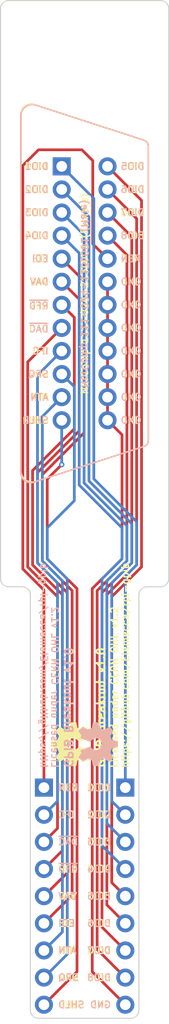
<source format=kicad_pcb>
(kicad_pcb (version 20211014) (generator pcbnew)
  (title_block (title "GPIB Breadboard Breakout") (date "2022-02-26") (rev "1.0") (company "© 2022 Sam Hanes. Licensed under CERN OHL v1.2.") (comment 1 "https://github.com/Elemecca/rpi-gpib"))
  (layers (0 "F.Cu" signal) (31 "B.Cu" signal) (34 "B.Paste" user) (35 "F.Paste" user) (36 "B.SilkS" user "B.Silkscreen") (37 "F.SilkS" user "F.Silkscreen") (38 "B.Mask" user) (39 "F.Mask" user) (44 "Edge.Cuts" user))
  (net 0 "")
  (net 1 "/DIO1")
  (net 2 "/DIO2")
  (net 3 "/DIO3")
  (net 4 "/DIO4")
  (net 5 "/EOI")
  (net 6 "/DAV")
  (net 7 "/~{RFD}")
  (net 8 "/~{DAC}")
  (net 9 "/IFC")
  (net 10 "/SRQ")
  (net 11 "/ATN")
  (net 12 "Earth_Protective")
  (net 13 "/DIO5")
  (net 14 "/DIO6")
  (net 15 "/DIO7")
  (net 16 "/DIO8")
  (net 17 "/REN")
  (net 18 "GND")
  (footprint "local:NorComp_111-024-213L001" (layer "F.Cu") (at 143.51 80.739996 90)
    (fp_text reference "J1" hide)
    (fp_text value "GPIB")
    (fp_line (start 16.619433 -5.969) (end -16.688119 -5.969) (layer "B.SilkS") (width 0.1524))
    (fp_line (start -17.6276 -4.626059) (end -14.351 5.511681) (layer "B.SilkS") (width 0.15))
    (fp_line (start 14.325626 5.57296) (end 17.6276 -4.6228) (layer "B.SilkS") (width 0.15))
    (fp_line (start 13.7414 5.969) (end -13.73478 5.969) (layer "B.SilkS") (width 0.15))
    (fp_arc (start -17.6276 -4.626059) (mid -17.55021 -5.572006) (end -16.688119 -5.969) (layer "B.SilkS") (width 0.15))
    (fp_arc (start 16.619433 -5.969) (mid 17.459254 -5.549239) (end 17.6276 -4.625573) (layer "B.SilkS") (width 0.15))
    (fp_arc (start -13.73478 5.969) (mid -14.123787 5.849347) (end -14.351 5.511681) (layer "B.SilkS") (width 0.15))
    (fp_arc (start 14.325626 5.57296) (mid 14.096596 5.864038) (end 13.7414 5.969) (layer "B.SilkS") (width 0.15))
    (fp_line (start 17.6276 -4.626059) (end 14.351 5.511681) (layer "F.SilkS") (width 0.15))
    (fp_line (start -13.7414 5.969) (end 13.73478 5.969) (layer "F.SilkS") (width 0.15))
    (fp_line (start -16.619433 -5.969) (end 16.688119 -5.969) (layer "F.SilkS") (width 0.1524))
    (fp_line (start -14.325626 5.57296) (end -17.6276 -4.6228) (layer "F.SilkS") (width 0.15))
    (fp_arc (start -13.7414 5.969) (mid -14.096596 5.864038) (end -14.325626 5.57296) (layer "F.SilkS") (width 0.15))
    (fp_arc (start -17.6276 -4.625573) (mid -17.459254 -5.549239) (end -16.619433 -5.969) (layer "F.SilkS") (width 0.15))
    (fp_arc (start 16.688119 -5.969) (mid 17.55021 -5.572006) (end 17.6276 -4.626059) (layer "F.SilkS") (width 0.15))
    (fp_arc (start 14.351 5.511681) (mid 14.123787 5.849347) (end 13.73478 5.969) (layer "F.SilkS") (width 0.15))
    (pad "" np_thru_hole circle locked (at -23.4 0 90) (size 2.75 2.75) (drill 2.75) (layers *.Cu *.Mask) (clearance 2))
    (pad "" np_thru_hole circle locked (at 23.4 0 90) (size 2.75 2.75) (drill 2.75) (layers *.Cu *.Mask) (clearance 2))
    (pad "1" thru_hole rect locked (at 11.88 -2.145 90) (size 1.7 1.7) (drill 1) (layers *.Cu *.Mask) (net 1 "/DIO1"))
    (pad "2" thru_hole circle locked (at 9.72 -2.145 90) (size 1.7 1.7) (drill 1) (layers *.Cu *.Mask) (net 2 "/DIO2"))
    (pad "3" thru_hole circle locked (at 7.56 -2.145 90) (size 1.7 1.7) (drill 1) (layers *.Cu *.Mask) (net 3 "/DIO3"))
    (pad "4" thru_hole circle locked (at 5.4 -2.145 90) (size 1.7 1.7) (drill 1) (layers *.Cu *.Mask) (net 4 "/DIO4"))
    (pad "5" thru_hole circle locked (at 3.24 -2.145 90) (size 1.7 1.7) (drill 1) (layers *.Cu *.Mask) (net 5 "/EOI"))
    (pad "6" thru_hole circle locked (at 1.08 -2.145 90) (size 1.7 1.7) (drill 1) (layers *.Cu *.Mask) (net 6 "/DAV"))
    (pad "7" thru_hole circle locked (at -1.08 -2.145 90) (size 1.7 1.7) (drill 1) (layers *.Cu *.Mask) (net 7 "/~{RFD}"))
    (pad "8" thru_hole circle locked (at -3.24 -2.145 90) (size 1.7 1.7) (drill 1) (layers *.Cu *.Mask) (net 8 "/~{DAC}"))
    (pad "9" thru_hole circle locked (at -5.4 -2.145 90) (size 1.7 1.7) (drill 1) (layers *.Cu *.Mask) (net 9 "/IFC"))
    (pad "10" thru_hole circle locked (at -7.56 -2.145 90) (size 1.7 1.7) (drill 1) (layers *.Cu *.Mask) (net 10 "/SRQ"))
    (pad "11" thru_hole circle locked (at -9.72 -2.145 90) (size 1.7 1.7) (drill 1) (layers *.Cu *.Mask) (net 11 "/ATN"))
    (pad "12" thru_hole circle locked (at -11.88 -2.145 90) (size 1.7 1.7) (drill 1) (layers *.Cu *.Mask) (net 12 "Earth_Protective"))
    (pad "13" thru_hole circle locked (at 11.88 2.145 90) (size 1.7 1.7) (drill 1) (layers *.Cu *.Mask) (net 13 "/DIO5"))
    (pad "14" thru_hole circle locked (at 9.72 2.145 90) (size 1.7 1.7) (drill 1) (layers *.Cu *.Mask) (net 14 "/DIO6"))
    (pad "15" thru_hole circle locked (at 7.56 2.145 90) (size 1.7 1.7) (drill 1) (layers *.Cu *.Mask) (net 15 "/DIO7"))
    (pad "16" thru_hole circle locked (at 5.4 2.145 90) (size 1.7 1.7) (drill 1) (layers *.Cu *.Mask) (net 16 "/DIO8"))
    (pad "17" thru_hole circle locked (at 3.24 2.145 90) (size 1.7 1.7) (drill 1) (layers *.Cu *.Mask) (net 17 "/REN"))
    (pad "18" thru_hole circle locked (at 1.08 2.145 90) (size 1.7 1.7) (drill 1) (layers *.Cu *.Mask) (net 18 "GND"))
    (pad "19" thru_hole circle locked (at -1.08 2.145 90) (size 1.7 1.7) (drill 1) (layers *.Cu *.Mask) (net 18 "GND"))
    (pad "20" thru_hole circle locked (at -3.24 2.145 90) (size 1.7 1.7) (drill 1) (layers *.Cu *.Mask) (net 18 "GND"))
    (pad "21" thru_hole circle locked (at -5.4 2.145 90) (size 1.7 1.7) (drill 1) (layers *.Cu *.Mask) (net 18 "GND"))
    (pad "22" thru_hole circle locked (at -7.56 2.145 90) (size 1.7 1.7) (drill 1) (layers *.Cu *.Mask) (net 18 "GND"))
    (pad "23" thru_hole circle locked (at -9.72 2.145 90) (size 1.7 1.7) (drill 1) (layers *.Cu *.Mask) (net 18 "GND"))
    (pad "24" thru_hole circle locked (at -11.88 2.145 90) (size 1.7 1.7) (drill 1) (layers *.Cu *.Mask) (net 18 "GND"))
  )
  (footprint "local:OSHW" (layer "F.Cu") (at 142.24 122.936 90)
    (fp_text reference "OSHW" hide)
    (fp_text value "LOGO" hide)
    (fp_poly (pts (xy 2.009917 -0.081788) (xy 1.510932 -0.17458) (xy 1.481398 -0.19998) (xy 1.328445 -0.556819) (xy 1.330872 -0.595399) (xy 1.6216 -1.019136) (xy 1.618414 -1.053617) (xy 1.255293 -1.416739) (xy 1.220842 -1.419928) (xy 0.789667 -1.124038) (xy 0.750905 -1.121215) (xy 0.404995 -1.262815) (xy 0.379496 -1.292016) (xy 0.283426 -1.808119) (xy 0.256807 -1.830245) (xy -0.256778 -1.830245) (xy -0.283369 -1.808119) (xy -0.379408 -1.292016) (xy -0.404904 -1.262815) (xy -0.750845 -1.121215) (xy -0.789607 -1.124038) (xy -1.220751 -1.419928) (xy -1.255233 -1.416739) (xy -1.618385 -1.053617) (xy -1.621571 -1.019136) (xy -1.330813 -0.595399) (xy -1.328414 -0.556819) (xy -1.481397 -0.19998) (xy -1.510931 -0.17458) (xy -2.009886 -0.081788) (xy -2.032015 -0.055146) (xy -2.031984 0.458408) (xy -2.009855 0.48505) (xy -1.523133 0.575626) (xy -1.494236 0.601224) (xy -1.342286 0.980796) (xy -1.34517 1.019559) (xy -1.621632 1.422442) (xy -1.618445 1.456955) (xy -1.255263 1.820077) (xy -1.220781 1.823266) (xy -0.82503 1.551632) (xy -0.787087 1.550221) (xy -0.612553 1.643408) (xy -0.583869 1.632853) (xy -0.223996 0.763309) (xy -0.234559 0.7308) (xy -0.278238 0.704046) (xy -0.305859 0.682879) (xy -0.443842 0.558673) (xy -0.535025 0.395419) (xy -0.567964 0.204476) (xy -0.539007 0.024957) (xy -0.458375 -0.130951) (xy -0.335428 -0.253894) (xy -0.179521 -0.33452) (xy -0.000015 -0.363474) (xy 0.179488 -0.33452) (xy 0.335387 -0.253894) (xy 0.458326 -0.130951) (xy 0.53895 0.024957) (xy 0.567903 0.204476) (xy 0.534972 0.395419) (xy 0.443795 0.558673) (xy 0.305799 0.682879) (xy 0.278237 0.704046) (xy 0.234558 0.7308) (xy 0.223994 0.763309) (xy 0.583838 1.632884) (xy 0.612522 1.643439) (xy 0.787056 1.550255) (xy 0.824998 1.551666) (xy 1.22078 1.823302) (xy 1.255232 1.820113) (xy 1.618414 1.456992) (xy 1.6216 1.422479) (xy 1.345108 1.019593) (xy 1.342255 0.980832) (xy 1.494205 0.601257) (xy 1.523072 0.57566) (xy 2.009794 0.485084) (xy 2.031923 0.458442) (xy 2.031985 -0.055107) (xy 2.009918 -0.081777) (xy 2.009917 -0.081788)) (layer "F.SilkS") (width 0.030354) (fill solid))
  )
  (footprint "Connector_PinHeader_2.54mm:PinHeader_1x09_P2.54mm_Vertical" (layer "B.Cu") (at 139.7 127 180)
    (fp_text reference "J2" hide)
    (fp_text value "Breadboard_Left" hide)
    (pad "1" thru_hole rect locked (at 0 0 180) (size 1.7 1.7) (drill 1) (layers *.Cu *.Mask) (net 17 "/REN"))
    (pad "2" thru_hole oval locked (at 0 -2.54 180) (size 1.7 1.7) (drill 1) (layers *.Cu *.Mask) (net 9 "/IFC"))
    (pad "3" thru_hole oval locked (at 0 -5.08 180) (size 1.7 1.7) (drill 1) (layers *.Cu *.Mask) (net 8 "/~{DAC}"))
    (pad "4" thru_hole oval locked (at 0 -7.62 180) (size 1.7 1.7) (drill 1) (layers *.Cu *.Mask) (net 7 "/~{RFD}"))
    (pad "5" thru_hole oval locked (at 0 -10.16 180) (size 1.7 1.7) (drill 1) (layers *.Cu *.Mask) (net 6 "/DAV"))
    (pad "6" thru_hole oval locked (at 0 -12.7 180) (size 1.7 1.7) (drill 1) (layers *.Cu *.Mask) (net 5 "/EOI"))
    (pad "7" thru_hole oval locked (at 0 -15.24 180) (size 1.7 1.7) (drill 1) (layers *.Cu *.Mask) (net 11 "/ATN"))
    (pad "8" thru_hole oval locked (at 0 -17.78 180) (size 1.7 1.7) (drill 1) (layers *.Cu *.Mask) (net 10 "/SRQ"))
    (pad "9" thru_hole oval locked (at 0 -20.32 180) (size 1.7 1.7) (drill 1) (layers *.Cu *.Mask) (net 12 "Earth_Protective"))
  )
  (footprint "Connector_PinHeader_2.54mm:PinHeader_1x09_P2.54mm_Vertical" (layer "B.Cu") (at 147.32 127 180)
    (fp_text reference "J3" hide)
    (fp_text value "Breadboard_Right" hide)
    (pad "1" thru_hole rect locked (at 0 0 180) (size 1.7 1.7) (drill 1) (layers *.Cu *.Mask) (net 1 "/DIO1"))
    (pad "2" thru_hole oval locked (at 0 -2.54 180) (size 1.7 1.7) (drill 1) (layers *.Cu *.Mask) (net 2 "/DIO2"))
    (pad "3" thru_hole oval locked (at 0 -5.08 180) (size 1.7 1.7) (drill 1) (layers *.Cu *.Mask) (net 3 "/DIO3"))
    (pad "4" thru_hole oval locked (at 0 -7.62 180) (size 1.7 1.7) (drill 1) (layers *.Cu *.Mask) (net 4 "/DIO4"))
    (pad "5" thru_hole oval locked (at 0 -10.16 180) (size 1.7 1.7) (drill 1) (layers *.Cu *.Mask) (net 13 "/DIO5"))
    (pad "6" thru_hole oval locked (at 0 -12.7 180) (size 1.7 1.7) (drill 1) (layers *.Cu *.Mask) (net 14 "/DIO6"))
    (pad "7" thru_hole oval locked (at 0 -15.24 180) (size 1.7 1.7) (drill 1) (layers *.Cu *.Mask) (net 15 "/DIO7"))
    (pad "8" thru_hole oval locked (at 0 -17.78 180) (size 1.7 1.7) (drill 1) (layers *.Cu *.Mask) (net 16 "/DIO8"))
    (pad "9" thru_hole oval locked (at 0 -20.32 180) (size 1.7 1.7) (drill 1) (layers *.Cu *.Mask) (net 18 "GND"))
  )
  (footprint "local:OSHW" (layer "B.Cu") (at 144.78 122.936 90)
    (fp_text reference "OSHW" hide)
    (fp_text value "LOGO" hide)
    (fp_poly (pts (xy 2.009917 0.081788) (xy 1.510932 0.17458) (xy 1.481398 0.19998) (xy 1.328445 0.556819) (xy 1.330872 0.595399) (xy 1.6216 1.019136) (xy 1.618414 1.053617) (xy 1.255293 1.416739) (xy 1.220842 1.419928) (xy 0.789667 1.124038) (xy 0.750905 1.121215) (xy 0.404995 1.262815) (xy 0.379496 1.292016) (xy 0.283426 1.808119) (xy 0.256807 1.830245) (xy -0.256778 1.830245) (xy -0.283369 1.808119) (xy -0.379408 1.292016) (xy -0.404904 1.262815) (xy -0.750845 1.121215) (xy -0.789607 1.124038) (xy -1.220751 1.419928) (xy -1.255233 1.416739) (xy -1.618385 1.053617) (xy -1.621571 1.019136) (xy -1.330813 0.595399) (xy -1.328414 0.556819) (xy -1.481397 0.19998) (xy -1.510931 0.17458) (xy -2.009886 0.081788) (xy -2.032015 0.055146) (xy -2.031984 -0.458408) (xy -2.009855 -0.48505) (xy -1.523133 -0.575626) (xy -1.494236 -0.601224) (xy -1.342286 -0.980796) (xy -1.34517 -1.019559) (xy -1.621632 -1.422442) (xy -1.618445 -1.456955) (xy -1.255263 -1.820077) (xy -1.220781 -1.823266) (xy -0.82503 -1.551632) (xy -0.787087 -1.550221) (xy -0.612553 -1.643408) (xy -0.583869 -1.632853) (xy -0.223996 -0.763309) (xy -0.234559 -0.7308) (xy -0.278238 -0.704046) (xy -0.305859 -0.682879) (xy -0.443842 -0.558673) (xy -0.535025 -0.395419) (xy -0.567964 -0.204476) (xy -0.539007 -0.024957) (xy -0.458375 0.130951) (xy -0.335428 0.253894) (xy -0.179521 0.33452) (xy -0.000015 0.363474) (xy 0.179488 0.33452) (xy 0.335387 0.253894) (xy 0.458326 0.130951) (xy 0.53895 -0.024957) (xy 0.567903 -0.204476) (xy 0.534972 -0.395419) (xy 0.443795 -0.558673) (xy 0.305799 -0.682879) (xy 0.278237 -0.704046) (xy 0.234558 -0.7308) (xy 0.223994 -0.763309) (xy 0.583838 -1.632884) (xy 0.612522 -1.643439) (xy 0.787056 -1.550255) (xy 0.824998 -1.551666) (xy 1.22078 -1.823302) (xy 1.255232 -1.820113) (xy 1.618414 -1.456992) (xy 1.6216 -1.422479) (xy 1.345108 -1.019593) (xy 1.342255 -0.980832) (xy 1.494205 -0.601257) (xy 1.523072 -0.57566) (xy 2.009794 -0.485084) (xy 2.031923 -0.458442) (xy 2.031985 0.055107) (xy 2.009918 0.081777) (xy 2.009917 0.081788)) (layer "B.SilkS") (width 0.030354) (fill solid))
  )
  (gr_line (start 135.636 54.102) (end 135.636 107.442) (layer "Edge.Cuts") (width 0.1))
  (gr_arc (start 150.622 53.34) (mid 151.160815 53.563185) (end 151.384 54.102) (layer "Edge.Cuts") (width 0.1))
  (gr_arc (start 135.636 54.102) (mid 135.859185 53.563185) (end 136.398 53.34) (layer "Edge.Cuts") (width 0.1))
  (gr_line (start 150.622 53.34) (end 136.398 53.34) (layer "Edge.Cuts") (width 0.1))
  (gr_line (start 148.59 147.828) (end 148.59 108.966) (layer "Edge.Cuts") (width 0.1))
  (gr_arc (start 148.59 147.828) (mid 148.366815 148.366815) (end 147.828 148.59) (layer "Edge.Cuts") (width 0.1))
  (gr_line (start 138.43 147.828) (end 138.43 108.966) (layer "Edge.Cuts") (width 0.1))
  (gr_line (start 136.398 108.204) (end 137.668 108.204) (layer "Edge.Cuts") (width 0.1))
  (gr_line (start 151.384 107.442) (end 151.384 54.102) (layer "Edge.Cuts") (width 0.1))
  (gr_arc (start 137.668 108.204) (mid 138.206815 108.427185) (end 138.43 108.966) (layer "Edge.Cuts") (width 0.1))
  (gr_arc (start 136.398 108.204) (mid 135.859185 107.980815) (end 135.636 107.442) (layer "Edge.Cuts") (width 0.1))
  (gr_arc (start 151.384 107.442) (mid 151.160815 107.980815) (end 150.622 108.204) (layer "Edge.Cuts") (width 0.1))
  (gr_line (start 149.352 108.204) (end 150.622 108.204) (layer "Edge.Cuts") (width 0.1))
  (gr_arc (start 148.59 108.966) (mid 148.813185 108.427185) (end 149.352 108.204) (layer "Edge.Cuts") (width 0.1))
  (gr_arc (start 139.192 148.59) (mid 138.653185 148.366815) (end 138.43 147.828) (layer "Edge.Cuts") (width 0.1))
  (gr_line (start 139.192 148.59) (end 147.828 148.59) (layer "Edge.Cuts") (width 0.1))
  (gr_text "GND" (at 146.812 83.979996) (layer "B.SilkS") (effects (font (size 0.635 0.635) (thickness 0.127)) (justify right mirror)))
  (gr_text "GND" (at 146.812 92.619996) (layer "B.SilkS") (effects (font (size 0.635 0.635) (thickness 0.127)) (justify right mirror)))
  (gr_text "DAV" (at 140.208 79.659996) (layer "B.SilkS") (effects (font (size 0.635 0.635) (thickness 0.127)) (justify left mirror)))
  (gr_text "DIO5" (at 146.812 68.859996) (layer "B.SilkS") (effects (font (size 0.635 0.635) (thickness 0.127)) (justify right mirror)))
  (gr_text "DIO2" (at 140.208 71.019996) (layer "B.SilkS") (effects (font (size 0.635 0.635) (thickness 0.127)) (justify left mirror)))
  (gr_text "GND" (at 146.812 86.139996) (layer "B.SilkS") (effects (font (size 0.635 0.635) (thickness 0.127)) (justify right mirror)))
  (gr_text "Licensed under CERN OHL v1.2\nhttps://github.com/Elemecca/rpi-gpib" (at 140.208 125.222 -90) (layer "B.SilkS") (effects (font (size 0.635 0.635) (thickness 0.127)) (justify left mirror)))
  (gr_text "~{DAC}" (at 140.97 132.08) (layer "B.SilkS") (effects (font (size 0.635 0.635) (thickness 0.127)) (justify right mirror)))
  (gr_text "GND" (at 146.812 88.299996) (layer "B.SilkS") (effects (font (size 0.635 0.635) (thickness 0.127)) (justify right mirror)))
  (gr_text "DIO6" (at 146.05 139.7) (layer "B.SilkS") (effects (font (size 0.635 0.635) (thickness 0.127)) (justify left mirror)))
  (gr_text "GPIB Breakout v1.0" (at 141.986 125.222 -90) (layer "B.SilkS") (effects (font (size 0.762 0.762) (thickness 0.1778)) (justify left mirror)))
  (gr_text "DIO1" (at 140.208 68.859996) (layer "B.SilkS") (effects (font (size 0.635 0.635) (thickness 0.127)) (justify left mirror)))
  (gr_text "DIO8" (at 146.05 144.78) (layer "B.SilkS") (effects (font (size 0.635 0.635) (thickness 0.127)) (justify left mirror)))
  (gr_text "IFC" (at 140.208 86.139996) (layer "B.SilkS") (effects (font (size 0.635 0.635) (thickness 0.127)) (justify left mirror)))
  (gr_text "EOI" (at 140.97 139.7) (layer "B.SilkS") (effects (font (size 0.635 0.635) (thickness 0.127)) (justify right mirror)))
  (gr_text "~{RFD}" (at 140.208 81.908896) (layer "B.SilkS") (effects (font (size 0.635 0.635) (thickness 0.127)) (justify left mirror)))
  (gr_text "GND" (at 146.05 147.32) (layer "B.SilkS") (effects (font (size 0.635 0.635) (thickness 0.127)) (justify left mirror)))
  (gr_text "ATN" (at 140.97 142.24) (layer "B.SilkS") (effects (font (size 0.635 0.635) (thickness 0.127)) (justify right mirror)))
  (gr_text "GND" (at 146.812 81.819996) (layer "B.SilkS") (effects (font (size 0.635 0.635) (thickness 0.127)) (justify right mirror)))
  (gr_text "SHLD" (at 140.208 92.619996) (layer "B.SilkS") (effects (font (size 0.635 0.635) (thickness 0.127)) (justify left mirror)))
  (gr_text "DAV" (at 140.97 137.16) (layer "B.SilkS") (effects (font (size 0.635 0.635) (thickness 0.127)) (justify right mirror)))
  (gr_text "~{RFD}" (at 140.97 134.62) (layer "B.SilkS") (effects (font (size 0.635 0.635) (thickness 0.127)) (justify right mirror)))
  (gr_text "GND" (at 146.812 79.659996) (layer "B.SilkS") (effects (font (size 0.635 0.635) (thickness 0.127)) (justify right mirror)))
  (gr_text "ATN" (at 140.208 90.459996) (layer "B.SilkS") (effects (font (size 0.635 0.635) (thickness 0.127)) (justify left mirror)))
  (gr_text "DIO3" (at 146.05 132.08) (layer "B.SilkS") (effects (font (size 0.635 0.635) (thickness 0.127)) (justify left mirror)))
  (gr_text "DIO7" (at 146.812 73.179996) (layer "B.SilkS") (effects (font (size 0.635 0.635) (thickness 0.127)) (justify right mirror)))
  (gr_text "GND" (at 146.812 90.459996) (layer "B.SilkS") (effects (font (size 0.635 0.635) (thickness 0.127)) (justify right mirror)))
  (gr_text "DIO5" (at 146.05 137.16) (layer "B.SilkS") (effects (font (size 0.635 0.635) (thickness 0.127)) (justify left mirror)))
  (gr_text "DIO3" (at 140.208 73.179996) (layer "B.SilkS") (effects (font (size 0.635 0.635) (thickness 0.127)) (justify left mirror)))
  (gr_text "NorComp 111-024-113L001 (Male)" (at 143.51 80.772 -90) (layer "B.SilkS") (effects (font (size 0.635 0.635) (thickness 0.127)) (justify mirror)))
  (gr_text "SRQ" (at 140.208 88.299996) (layer "B.SilkS") (effects (font (size 0.635 0.635) (thickness 0.127)) (justify left mirror)))
  (gr_text "DIO7" (at 146.05 142.24) (layer "B.SilkS") (effects (font (size 0.635 0.635) (thickness 0.127)) (justify left mirror)))
  (gr_text "EOI" (at 140.208 77.499996) (layer "B.SilkS") (effects (font (size 0.635 0.635) (thickness 0.127)) (justify left mirror)))
  (gr_text "DIO8" (at 146.812 75.339996) (layer "B.SilkS") (effects (font (size 0.635 0.635) (thickness 0.127)) (justify right mirror)))
  (gr_text "~{DAC}" (at 140.208 84.068896) (layer "B.SilkS") (effects (font (size 0.635 0.635) (thickness 0.127)) (justify left mirror)))
  (gr_text "DIO1" (at 146.05 127) (layer "B.SilkS") (effects (font (size 0.635 0.635) (thickness 0.127)) (justify left mirror)))
  (gr_text "SHLD" (at 140.97 147.32) (layer "B.SilkS") (effects (font (size 0.635 0.635) (thickness 0.127)) (justify right mirror)))
  (gr_text "DIO2" (at 146.05 129.54) (layer "B.SilkS") (effects (font (size 0.635 0.635) (thickness 0.127)) (justify left mirror)))
  (gr_text "REN" (at 140.97 127) (layer "B.SilkS") (effects (font (size 0.635 0.635) (thickness 0.127)) (justify right mirror)))
  (gr_text "SRQ" (at 140.97 144.78) (layer "B.SilkS") (effects (font (size 0.635 0.635) (thickness 0.127)) (justify right mirror)))
  (gr_text "IFC" (at 140.97 129.54) (layer "B.SilkS") (effects (font (size 0.635 0.635) (thickness 0.127)) (justify right mirror)))
  (gr_text "DIO4" (at 140.208 75.339996) (layer "B.SilkS") (effects (font (size 0.635 0.635) (thickness 0.127)) (justify left mirror)))
  (gr_text "DIO6" (at 146.812 71.019996) (layer "B.SilkS") (effects (font (size 0.635 0.635) (thickness 0.127)) (justify right mirror)))
  (gr_text "DIO4" (at 146.05 134.62) (layer "B.SilkS") (effects (font (size 0.635 0.635) (thickness 0.127)) (justify left mirror)))
  (gr_text "REN" (at 146.812 77.499996) (layer "B.SilkS") (effects (font (size 0.635 0.635) (thickness 0.127)) (justify right mirror)))
  (gr_text "DIO3" (at 140.208 73.179996) (layer "F.SilkS") (effects (font (size 0.635 0.635) (thickness 0.127)) (justify right)))
  (gr_text "~{RFD}" (at 140.97 134.62) (layer "F.SilkS") (effects (font (size 0.635 0.635) (thickness 0.127)) (justify left)))
  (gr_text "SHLD" (at 140.208 92.619996) (layer "F.SilkS") (effects (font (size 0.635 0.635) (thickness 0.127)) (justify right)))
  (gr_text "~{DAC}" (at 140.97 132.08) (layer "F.SilkS") (effects (font (size 0.635 0.635) (thickness 0.127)) (justify left)))
  (gr_text "GPIB Breakout v1.0" (at 145.034 125.222 90) (layer "F.SilkS") (effects (font (size 0.762 0.762) (thickness 0.1778)) (justify left)))
  (gr_text "SHLD" (at 140.97 147.32) (layer "F.SilkS") (effects (font (size 0.635 0.635) (thickness 0.127)) (justify left)))
  (gr_text "SRQ" (at 140.208 88.299996) (layer "F.SilkS") (effects (font (size 0.635 0.635) (thickness 0.127)) (justify right)))
  (gr_text "EOI" (at 140.208 77.499996) (layer "F.SilkS") (effects (font (size 0.635 0.635) (thickness 0.127)) (justify right)))
  (gr_text "GND" (at 146.812 83.979996) (layer "F.SilkS") (effects (font (size 0.635 0.635) (thickness 0.127)) (justify left)))
  (gr_text "DIO2" (at 146.05 129.54) (layer "F.SilkS") (effects (font (size 0.635 0.635) (thickness 0.127)) (justify right)))
  (gr_text "~{RFD}" (at 140.208 81.908896) (layer "F.SilkS") (effects (font (size 0.635 0.635) (thickness 0.127)) (justify right)))
  (gr_text "DIO7" (at 146.05 142.24) (layer "F.SilkS") (effects (font (size 0.635 0.635) (thickness 0.127)) (justify right)))
  (gr_text "SRQ" (at 140.97 144.78) (layer "F.SilkS") (effects (font (size 0.635 0.635) (thickness 0.127)) (justify left)))
  (gr_text "ATN" (at 140.208 90.459996) (layer "F.SilkS") (effects (font (size 0.635 0.635) (thickness 0.127)) (justify right)))
  (gr_text "NorComp 111-024-213L001 (Female)" (at 143.51 80.772 90) (layer "F.SilkS") (effects (font (size 0.635 0.635) (thickness 0.127))))
  (gr_text "Licensed under CERN OHL v1.2\nhttps://github.com/Elemecca/rpi-gpib" (at 146.812 125.222 90) (layer "F.SilkS") (effects (font (size 0.635 0.635) (thickness 0.127)) (justify left)))
  (gr_text "REN" (at 146.812 77.499996) (layer "F.SilkS") (effects (font (size 0.635 0.635) (thickness 0.127)) (justify left)))
  (gr_text "GND" (at 146.812 81.819996) (layer "F.SilkS") (effects (font (size 0.635 0.635) (thickness 0.127)) (justify left)))
  (gr_text "DIO6" (at 146.05 139.7) (layer "F.SilkS") (effects (font (size 0.635 0.635) (thickness 0.127)) (justify right)))
  (gr_text "REN" (at 140.97 127) (layer "F.SilkS") (effects (font (size 0.635 0.635) (thickness 0.127)) (justify left)))
  (gr_text "DIO8" (at 146.05 144.78) (layer "F.SilkS") (effects (font (size 0.635 0.635) (thickness 0.127)) (justify right)))
  (gr_text "IFC" (at 140.97 129.54) (layer "F.SilkS") (effects (font (size 0.635 0.635) (thickness 0.127)) (justify left)))
  (gr_text "DAV" (at 140.208 79.659996) (layer "F.SilkS") (effects (font (size 0.635 0.635) (thickness 0.127)) (justify right)))
  (gr_text "DIO2" (at 140.208 71.019996) (layer "F.SilkS") (effects (font (size 0.635 0.635) (thickness 0.127)) (justify right)))
  (gr_text "DIO5" (at 146.812 68.859996) (layer "F.SilkS") (effects (font (size 0.635 0.635) (thickness 0.127)) (justify left)))
  (gr_text "GND" (at 146.812 86.139996) (layer "F.SilkS") (effects (font (size 0.635 0.635) (thickness 0.127)) (justify left)))
  (gr_text "DAV" (at 140.97 137.16) (layer "F.SilkS") (effects (font (size 0.635 0.635) (thickness 0.127)) (justify left)))
  (gr_text "DIO4" (at 146.05 134.62) (layer "F.SilkS") (effects (font (size 0.635 0.635) (thickness 0.127)) (justify right)))
  (gr_text "DIO6" (at 146.812 71.019996) (layer "F.SilkS") (effects (font (size 0.635 0.635) (thickness 0.127)) (justify left)))
  (gr_text "EOI" (at 140.97 139.7) (layer "F.SilkS") (effects (font (size 0.635 0.635) (thickness 0.127)) (justify left)))
  (gr_text "DIO7" (at 146.812 73.179996) (layer "F.SilkS") (effects (font (size 0.635 0.635) (thickness 0.127)) (justify left)))
  (gr_text "GND" (at 146.05 147.32) (layer "F.SilkS") (effects (font (size 0.635 0.635) (thickness 0.127)) (justify right)))
  (gr_text "GND" (at 146.812 79.659996) (layer "F.SilkS") (effects (font (size 0.635 0.635) (thickness 0.127)) (justify left)))
  (gr_text "IFC" (at 140.208 86.139996) (layer "F.SilkS") (effects (font (size 0.635 0.635) (thickness 0.127)) (justify right)))
  (gr_text "DIO1" (at 146.05 127) (layer "F.SilkS") (effects (font (size 0.635 0.635) (thickness 0.127)) (justify right)))
  (gr_text "DIO8" (at 146.812 75.339996) (layer "F.SilkS") (effects (font (size 0.635 0.635) (thickness 0.127)) (justify left)))
  (gr_text "GND" (at 146.812 90.459996) (layer "F.SilkS") (effects (font (size 0.635 0.635) (thickness 0.127)) (justify left)))
  (gr_text "GND" (at 146.812 92.619996) (layer "F.SilkS") (effects (font (size 0.635 0.635) (thickness 0.127)) (justify left)))
  (gr_text "DIO5" (at 146.05 137.16) (layer "F.SilkS") (effects (font (size 0.635 0.635) (thickness 0.127)) (justify right)))
  (gr_text "GND" (at 146.812 88.299996) (layer "F.SilkS") (effects (font (size 0.635 0.635) (thickness 0.127)) (justify left)))
  (gr_text "DIO4" (at 140.208 75.339996) (layer "F.SilkS") (effects (font (size 0.635 0.635) (thickness 0.127)) (justify right)))
  (gr_text "DIO3" (at 146.05 132.08) (layer "F.SilkS") (effects (font (size 0.635 0.635) (thickness 0.127)) (justify right)))
  (gr_text "~{DAC}" (at 140.208 84.068896) (layer "F.SilkS") (effects (font (size 0.635 0.635) (thickness 0.127)) (justify right)))
  (gr_text "DIO1" (at 140.208 68.859996) (layer "F.SilkS") (effects (font (size 0.635 0.635) (thickness 0.127)) (justify right)))
  (gr_text "ATN" (at 140.97 142.24) (layer "F.SilkS") (effects (font (size 0.635 0.635) (thickness 0.127)) (justify left)))
  (segment (start 148.381681 106.157912) (end 148.381681 102.12208) (width 0.254) (layer "B.Cu") (net 1))
  (segment (start 144.37216 98.112559) (end 144.37216 71.867156) (width 0.254) (layer "B.Cu") (net 1))
  (segment (start 144.37216 71.867156) (end 141.365 68.859996) (width 0.254) (layer "B.Cu") (net 1))
  (segment (start 148.381681 102.12208) (end 144.37216 98.112559) (width 0.254) (layer "B.Cu") (net 1))
  (segment (start 147.32 127) (end 147.32 107.219593) (width 0.254) (layer "B.Cu") (net 1))
  (segment (start 147.32 107.219593) (end 148.381681 106.157912) (width 0.254) (layer "B.Cu") (net 1))
  (segment (start 146.05 128.27) (end 146.05 107.843694) (width 0.254) (layer "B.Cu") (net 2))
  (segment (start 146.05 107.843694) (end 147.924961 105.968733) (width 0.254) (layer "B.Cu") (net 2))
  (segment (start 143.91544 73.570436) (end 141.365 71.019996) (width 0.254) (layer "B.Cu") (net 2))
  (segment (start 147.32 129.54) (end 146.05 128.27) (width 0.254) (layer "B.Cu") (net 2))
  (segment (start 143.91544 98.301739) (end 143.91544 73.570436) (width 0.254) (layer "B.Cu") (net 2))
  (segment (start 147.924961 102.31126) (end 143.91544 98.301739) (width 0.254) (layer "B.Cu") (net 2))
  (segment (start 147.924961 105.968733) (end 147.924961 102.31126) (width 0.254) (layer "B.Cu") (net 2))
  (segment (start 143.45872 75.273716) (end 141.365 73.179996) (width 0.254) (layer "B.Cu") (net 3))
  (segment (start 147.32 132.08) (end 145.59328 130.35328) (width 0.254) (layer "B.Cu") (net 3))
  (segment (start 147.468241 102.500438) (end 143.45872 98.490917) (width 0.254) (layer "B.Cu") (net 3))
  (segment (start 147.468241 105.779554) (end 147.468241 102.500438) (width 0.254) (layer "B.Cu") (net 3))
  (segment (start 145.59328 107.654515) (end 147.468241 105.779554) (width 0.254) (layer "B.Cu") (net 3))
  (segment (start 143.45872 98.490917) (end 143.45872 75.273716) (width 0.254) (layer "B.Cu") (net 3))
  (segment (start 145.59328 130.35328) (end 145.59328 107.654515) (width 0.254) (layer "B.Cu") (net 3))
  (segment (start 147.32 134.62) (end 145.13656 132.43656) (width 0.254) (layer "B.Cu") (net 4))
  (segment (start 143.002 98.680097) (end 143.002 76.976996) (width 0.254) (layer "B.Cu") (net 4))
  (segment (start 145.13656 132.43656) (end 145.13656 107.465335) (width 0.254) (layer "B.Cu") (net 4))
  (segment (start 147.011521 102.689618) (end 143.002 98.680097) (width 0.254) (layer "B.Cu") (net 4))
  (segment (start 145.13656 107.465335) (end 147.011521 105.590375) (width 0.254) (layer "B.Cu") (net 4))
  (segment (start 147.011521 105.590375) (end 147.011521 102.689618) (width 0.254) (layer "B.Cu") (net 4))
  (segment (start 143.002 76.976996) (end 141.365 75.339996) (width 0.254) (layer "B.Cu") (net 4))
  (segment (start 142.34016 137.05984) (end 142.34016 108.567956) (width 0.254) (layer "F.Cu") (net 5))
  (segment (start 142.34016 108.567956) (end 139.551759 105.779554) (width 0.254) (layer "F.Cu") (net 5))
  (segment (start 143.45872 79.593716) (end 141.365 77.499996) (width 0.254) (layer "F.Cu") (net 5))
  (segment (start 143.45872 93.799078) (end 143.45872 79.593716) (width 0.254) (layer "F.Cu") (net 5))
  (segment (start 139.551759 97.706039) (end 143.45872 93.799078) (width 0.254) (layer "F.Cu") (net 5))
  (segment (start 139.7 139.7) (end 142.34016 137.05984) (width 0.254) (layer "F.Cu") (net 5))
  (segment (start 139.551759 105.779554) (end 139.551759 97.706039) (width 0.254) (layer "F.Cu") (net 5))
  (segment (start 143.002 81.296996) (end 141.365 79.659996) (width 0.254) (layer "F.Cu") (net 6))
  (segment (start 143.002 93.609899) (end 143.002 81.296996) (width 0.254) (layer "F.Cu") (net 6))
  (segment (start 141.88344 108.757136) (end 139.095039 105.968733) (width 0.254) (layer "F.Cu") (net 6))
  (segment (start 139.095039 97.51686) (end 143.002 93.609899) (width 0.254) (layer "F.Cu") (net 6))
  (segment (start 141.88344 134.97656) (end 141.88344 108.757136) (width 0.254) (layer "F.Cu") (net 6))
  (segment (start 139.7 137.16) (end 141.88344 134.97656) (width 0.254) (layer "F.Cu") (net 6))
  (segment (start 139.095039 105.968733) (end 139.095039 97.51686) (width 0.254) (layer "F.Cu") (net 6))
  (segment (start 141.42672 108.946316) (end 138.638319 106.157912) (width 0.254) (layer "F.Cu") (net 7))
  (segment (start 141.42672 132.89328) (end 141.42672 108.946316) (width 0.254) (layer "F.Cu") (net 7))
  (segment (start 138.638319 106.157912) (end 138.638319 97.327681) (width 0.254) (layer "F.Cu") (net 7))
  (segment (start 138.638319 97.327681) (end 142.544711 93.421289) (width 0.254) (layer "F.Cu") (net 7))
  (segment (start 142.544711 93.421289) (end 142.544711 82.999707) (width 0.254) (layer "F.Cu") (net 7))
  (segment (start 139.7 134.62) (end 141.42672 132.89328) (width 0.254) (layer "F.Cu") (net 7))
  (segment (start 142.544711 82.999707) (end 141.365 81.819996) (width 0.254) (layer "F.Cu") (net 7))
  (segment (start 138.181599 106.347095) (end 138.181599 87.163397) (width 0.254) (layer "F.Cu") (net 8))
  (segment (start 140.97 130.81) (end 140.97 109.135496) (width 0.254) (layer "F.Cu") (net 8))
  (segment (start 139.7 132.08) (end 140.97 130.81) (width 0.254) (layer "F.Cu") (net 8))
  (segment (start 140.97 109.135496) (end 138.181599 106.347095) (width 0.254) (layer "F.Cu") (net 8))
  (segment (start 138.181599 87.163397) (end 141.365 83.979996) (width 0.254) (layer "F.Cu") (net 8))
  (segment (start 140.97 128.27) (end 140.97 107.843694) (width 0.254) (layer "B.Cu") (net 9))
  (segment (start 139.095039 88.409957) (end 141.365 86.139996) (width 0.254) (layer "B.Cu") (net 9))
  (segment (start 140.97 107.843694) (end 139.095039 105.968733) (width 0.254) (layer "B.Cu") (net 9))
  (segment (start 139.7 129.54) (end 140.97 128.27) (width 0.254) (layer "B.Cu") (net 9))
  (segment (start 139.095039 105.968733) (end 139.095039 88.409957) (width 0.254) (layer "B.Cu") (net 9))
  (segment (start 142.544711 98.755289) (end 142.544711 100.153385) (width 0.254) (layer "B.Cu") (net 10))
  (segment (start 141.88344 107.465336) (end 141.88344 142.59656) (width 0.254) (layer "B.Cu") (net 10))
  (segment (start 142.544711 89.479707) (end 142.544711 98.755289) (width 0.254) (layer "B.Cu") (net 10))
  (segment (start 142.544711 100.153385) (end 140.008479 102.689617) (width 0.254) (layer "B.Cu") (net 10))
  (segment (start 141.365 88.299996) (end 142.544711 89.479707) (width 0.254) (layer "B.Cu") (net 10))
  (segment (start 141.88344 142.59656) (end 139.7 144.78) (width 0.254) (layer "B.Cu") (net 10))
  (segment (start 140.008479 105.590375) (end 141.88344 107.465336) (width 0.254) (layer "B.Cu") (net 10))
  (segment (start 140.008479 102.689617) (end 140.008479 105.590375) (width 0.254) (layer "B.Cu") (net 10))
  (segment (start 141.42672 107.654515) (end 139.551759 105.779554) (width 0.254) (layer "B.Cu") (net 11))
  (segment (start 139.551759 105.779554) (end 139.551759 92.273237) (width 0.254) (layer "B.Cu") (net 11))
  (segment (start 141.42672 140.51328) (end 141.42672 107.654515) (width 0.254) (layer "B.Cu") (net 11))
  (segment (start 139.551759 92.273237) (end 141.365 90.459996) (width 0.254) (layer "B.Cu") (net 11))
  (segment (start 139.7 142.24) (end 141.42672 140.51328) (width 0.254) (layer "B.Cu") (net 11))
  (segment (start 140.008479 105.590375) (end 142.79688 108.378777) (width 0.254) (layer "F.Cu") (net 12))
  (segment (start 140.008479 98.130521) (end 140.008479 105.590375) (width 0.254) (layer "F.Cu") (net 12))
  (segment (start 141.365 96.774) (end 140.008479 98.130521) (width 0.254) (layer "F.Cu") (net 12))
  (segment (start 142.79688 108.378777) (end 142.79688 144.22312) (width 0.254) (layer "F.Cu") (net 12))
  (segment (start 142.79688 144.22312) (end 139.7 147.32) (width 0.254) (layer "F.Cu") (net 12))
  (via (at 141.365 96.774) (size 0.508) (drill 0.254) (layers "F.Cu" "B.Cu") (net 12))
  (segment (start 141.365 92.619996) (end 141.365 96.774) (width 0.254) (layer "B.Cu") (net 12))
  (segment (start 146.05 109.135496) (end 146.05 135.89) (width 0.254) (layer "F.Cu") (net 13))
  (segment (start 145.655 68.859996) (end 148.838401 72.043397) (width 0.254) (layer "F.Cu") (net 13))
  (segment (start 146.05 135.89) (end 147.32 137.16) (width 0.254) (layer "F.Cu") (net 13))
  (segment (start 148.838401 106.347095) (end 146.05 109.135496) (width 0.254) (layer "F.Cu") (net 13))
  (segment (start 148.838401 72.043397) (end 148.838401 106.347095) (width 0.254) (layer "F.Cu") (net 13))
  (segment (start 148.381681 73.746677) (end 145.655 71.019996) (width 0.254) (layer "F.Cu") (net 14))
  (segment (start 145.59328 108.946316) (end 148.381681 106.157915) (width 0.254) (layer "F.Cu") (net 14))
  (segment (start 145.59328 137.97328) (end 145.59328 108.946316) (width 0.254) (layer "F.Cu") (net 14))
  (segment (start 148.381681 106.157915) (end 148.381681 73.746677) (width 0.254) (layer "F.Cu") (net 14))
  (segment (start 147.32 139.7) (end 145.59328 137.97328) (width 0.254) (layer "F.Cu") (net 14))
  (segment (start 147.32 142.24) (end 145.13656 140.05656) (width 0.254) (layer "F.Cu") (net 15))
  (segment (start 145.13656 140.05656) (end 145.13656 108.757136) (width 0.254) (layer "F.Cu") (net 15))
  (segment (start 147.924961 75.449957) (end 145.655 73.179996) (width 0.254) (layer "F.Cu") (net 15))
  (segment (start 147.924961 105.968735) (end 147.924961 75.449957) (width 0.254) (layer "F.Cu") (net 15))
  (segment (start 145.13656 108.757136) (end 147.924961 105.968735) (width 0.254) (layer "F.Cu") (net 15))
  (segment (start 144.67984 142.13984) (end 144.67984 108.567956) (width 0.254) (layer "F.Cu") (net 16))
  (segment (start 147.468241 77.153237) (end 145.655 75.339996) (width 0.254) (layer "F.Cu") (net 16))
  (segment (start 144.67984 108.567956) (end 147.468241 105.779555) (width 0.254) (layer "F.Cu") (net 16))
  (segment (start 147.32 144.78) (end 144.67984 142.13984) (width 0.254) (layer "F.Cu") (net 16))
  (segment (start 147.468241 105.779555) (end 147.468241 77.153237) (width 0.254) (layer "F.Cu") (net 16))
  (segment (start 137.724879 106.536274) (end 137.724879 68.777121) (width 0.254) (layer "F.Cu") (net 17))
  (segment (start 139.7 108.511396) (end 137.724879 106.536274) (width 0.254) (layer "F.Cu") (net 17))
  (segment (start 137.724879 68.777121) (end 139.192 67.31) (width 0.254) (layer "F.Cu") (net 17))
  (segment (start 144.272 68.326) (end 144.272 76.116996) (width 0.254) (layer "F.Cu") (net 17))
  (segment (start 143.256 67.31) (end 144.272 68.326) (width 0.254) (layer "F.Cu") (net 17))
  (segment (start 139.7 127) (end 139.7 108.511396) (width 0.254) (layer "F.Cu") (net 17))
  (segment (start 139.192 67.31) (end 143.256 67.31) (width 0.254) (layer "F.Cu") (net 17))
  (segment (start 144.272 76.116996) (end 145.655 77.499996) (width 0.254) (layer "F.Cu") (net 17))
  (segment (start 145.655 92.619996) (end 145.655 79.659996) (width 0.254) (layer "F.Cu") (net 18))
  (segment (start 145.655 92.619996) (end 147.011521 93.976517) (width 0.254) (layer "F.Cu") (net 18))
  (segment (start 144.22312 144.22312) (end 147.32 147.32) (width 0.254) (layer "F.Cu") (net 18))
  (segment (start 147.011521 93.976517) (end 147.011521 105.590375) (width 0.254) (layer "F.Cu") (net 18))
  (segment (start 144.22312 108.91712) (end 144.22312 144.22312) (width 0.254) (layer "F.Cu") (net 18))
  (segment (start 144.22312 108.378776) (end 144.22312 108.91712) (width 0.254) (layer "F.Cu") (net 18))
  (segment (start 147.011521 105.590375) (end 144.22312 108.378776) (width 0.254) (layer "F.Cu") (net 18))
)
</source>
